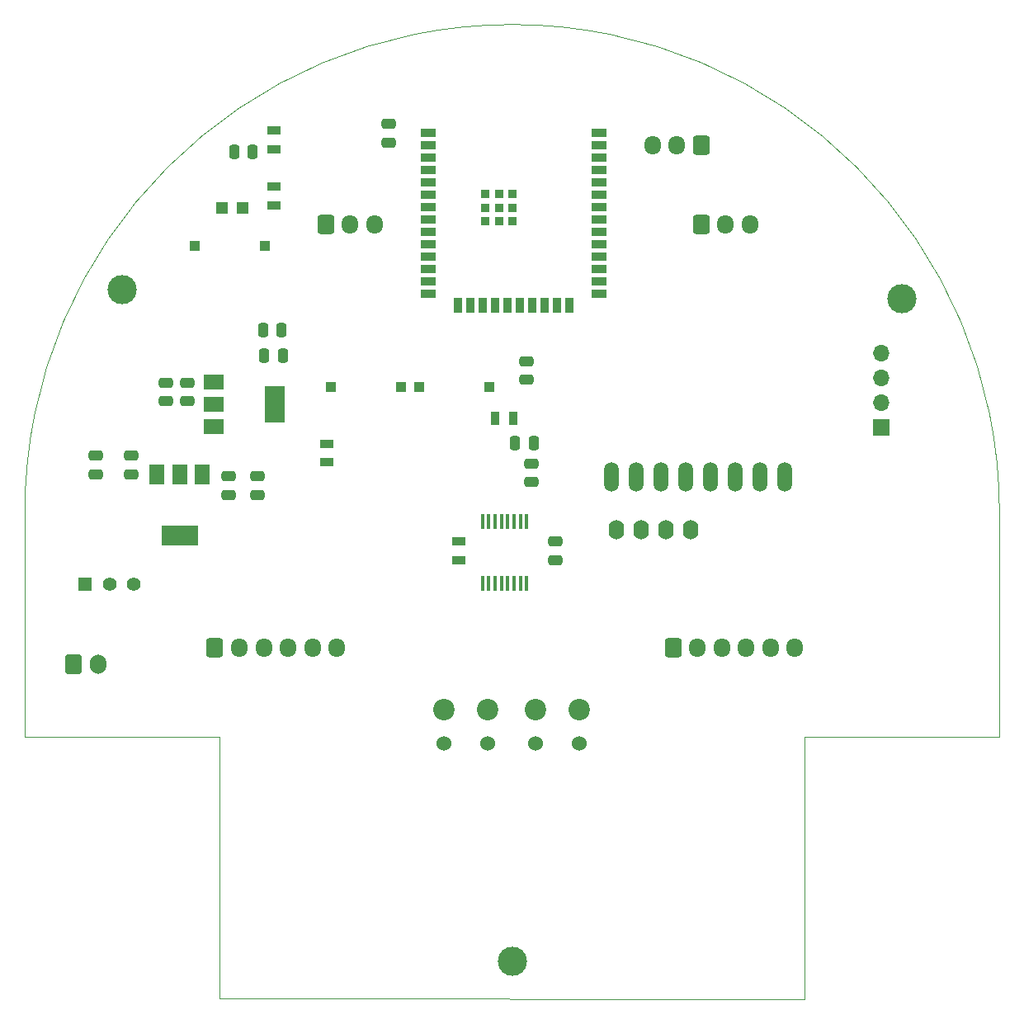
<source format=gbr>
%TF.GenerationSoftware,KiCad,Pcbnew,7.0.1*%
%TF.CreationDate,2023-08-29T23:28:33-03:00*%
%TF.ProjectId,BoverJr_PCBWAY,426f7665-724a-4725-9f50-43425741592e,rev?*%
%TF.SameCoordinates,Original*%
%TF.FileFunction,Soldermask,Top*%
%TF.FilePolarity,Negative*%
%FSLAX46Y46*%
G04 Gerber Fmt 4.6, Leading zero omitted, Abs format (unit mm)*
G04 Created by KiCad (PCBNEW 7.0.1) date 2023-08-29 23:28:33*
%MOMM*%
%LPD*%
G01*
G04 APERTURE LIST*
G04 Aperture macros list*
%AMRoundRect*
0 Rectangle with rounded corners*
0 $1 Rounding radius*
0 $2 $3 $4 $5 $6 $7 $8 $9 X,Y pos of 4 corners*
0 Add a 4 corners polygon primitive as box body*
4,1,4,$2,$3,$4,$5,$6,$7,$8,$9,$2,$3,0*
0 Add four circle primitives for the rounded corners*
1,1,$1+$1,$2,$3*
1,1,$1+$1,$4,$5*
1,1,$1+$1,$6,$7*
1,1,$1+$1,$8,$9*
0 Add four rect primitives between the rounded corners*
20,1,$1+$1,$2,$3,$4,$5,0*
20,1,$1+$1,$4,$5,$6,$7,0*
20,1,$1+$1,$6,$7,$8,$9,0*
20,1,$1+$1,$8,$9,$2,$3,0*%
G04 Aperture macros list end*
%ADD10R,0.889000X1.397000*%
%ADD11R,1.397000X0.889000*%
%ADD12RoundRect,0.250000X0.475000X-0.250000X0.475000X0.250000X-0.475000X0.250000X-0.475000X-0.250000X0*%
%ADD13RoundRect,0.250000X0.250000X0.475000X-0.250000X0.475000X-0.250000X-0.475000X0.250000X-0.475000X0*%
%ADD14RoundRect,0.250000X-0.600000X-0.725000X0.600000X-0.725000X0.600000X0.725000X-0.600000X0.725000X0*%
%ADD15O,1.700000X1.950000*%
%ADD16RoundRect,0.250000X-0.600000X-0.750000X0.600000X-0.750000X0.600000X0.750000X-0.600000X0.750000X0*%
%ADD17O,1.700000X2.000000*%
%ADD18C,3.000000*%
%ADD19R,1.198880X1.198880*%
%ADD20RoundRect,0.250000X-0.475000X0.250000X-0.475000X-0.250000X0.475000X-0.250000X0.475000X0.250000X0*%
%ADD21C,2.200000*%
%ADD22C,1.524000*%
%ADD23R,1.700000X1.700000*%
%ADD24O,1.700000X1.700000*%
%ADD25R,1.000760X1.000760*%
%ADD26RoundRect,0.250000X0.600000X0.725000X-0.600000X0.725000X-0.600000X-0.725000X0.600000X-0.725000X0*%
%ADD27O,1.600000X2.000000*%
%ADD28R,2.000000X1.500000*%
%ADD29R,2.000000X3.800000*%
%ADD30RoundRect,0.250000X-0.250000X-0.475000X0.250000X-0.475000X0.250000X0.475000X-0.250000X0.475000X0*%
%ADD31R,0.300000X1.500000*%
%ADD32R,1.408000X1.408000*%
%ADD33C,1.408000*%
%ADD34O,1.508000X3.016000*%
%ADD35R,1.500000X2.000000*%
%ADD36R,3.800000X2.000000*%
%ADD37R,1.500000X0.900000*%
%ADD38R,0.900000X1.500000*%
%ADD39R,0.900000X0.900000*%
%TA.AperFunction,Profile*%
%ADD40C,0.100000*%
%TD*%
G04 APERTURE END LIST*
D10*
%TO.C,R8*%
X150127500Y-70250000D03*
X148222500Y-70250000D03*
%TD*%
D11*
%TO.C,R2*%
X131000000Y-72797500D03*
X131000000Y-74702500D03*
%TD*%
D12*
%TO.C,C14*%
X137350000Y-41900000D03*
X137350000Y-40000000D03*
%TD*%
D13*
%TO.C,C7*%
X126450000Y-63750000D03*
X124550000Y-63750000D03*
%TD*%
D14*
%TO.C,J1*%
X166500000Y-93750000D03*
D15*
X169000000Y-93750000D03*
X171500000Y-93750000D03*
X174000000Y-93750000D03*
X176500000Y-93750000D03*
X179000000Y-93750000D03*
%TD*%
D16*
%TO.C,J10*%
X105000000Y-95400000D03*
D17*
X107500000Y-95400000D03*
%TD*%
D18*
%TO.C,H5*%
X110000000Y-57000000D03*
%TD*%
D19*
%TO.C,LED_ESP32*%
X122349020Y-48650000D03*
X120250980Y-48650000D03*
%TD*%
D20*
%TO.C,C3*%
X120900000Y-76150000D03*
X120900000Y-78050000D03*
%TD*%
D21*
%TO.C,J11*%
X147500000Y-100100000D03*
D22*
X147500000Y-103600000D03*
%TD*%
D23*
%TO.C,J3*%
X187875000Y-71100000D03*
D24*
X187875000Y-68560000D03*
X187875000Y-66020000D03*
X187875000Y-63480000D03*
%TD*%
D12*
%TO.C,C6*%
X116700000Y-68450000D03*
X116700000Y-66550000D03*
%TD*%
D25*
%TO.C,SW_START1*%
X138599180Y-67000000D03*
X131400820Y-67000000D03*
%TD*%
%TO.C,SW_BOOT1*%
X140450820Y-67000000D03*
X147649180Y-67000000D03*
%TD*%
D21*
%TO.C,J7*%
X156900000Y-100100000D03*
D22*
X156900000Y-103600000D03*
%TD*%
D13*
%TO.C,C8*%
X126350000Y-61150000D03*
X124450000Y-61150000D03*
%TD*%
D26*
%TO.C,J8*%
X169400000Y-42175000D03*
D15*
X166900000Y-42175000D03*
X164400000Y-42175000D03*
%TD*%
D14*
%TO.C,J4*%
X169400000Y-50350000D03*
D15*
X171900000Y-50350000D03*
X174400000Y-50350000D03*
%TD*%
D27*
%TO.C,OLED1*%
X160670000Y-81625000D03*
X163210000Y-81625000D03*
X165750000Y-81625000D03*
X168290000Y-81625000D03*
%TD*%
D28*
%TO.C,U7*%
X119350000Y-66450000D03*
X119350000Y-68750000D03*
D29*
X125650000Y-68750000D03*
D28*
X119350000Y-71050000D03*
%TD*%
D14*
%TO.C,J5*%
X130850000Y-50350000D03*
D15*
X133350000Y-50350000D03*
X135850000Y-50350000D03*
%TD*%
D20*
%TO.C,C13*%
X151500000Y-64325000D03*
X151500000Y-66225000D03*
%TD*%
D21*
%TO.C,J6*%
X152400000Y-100100000D03*
D22*
X152400000Y-103600000D03*
%TD*%
D30*
%TO.C,C9*%
X150300000Y-72750000D03*
X152200000Y-72750000D03*
%TD*%
D31*
%TO.C,U5*%
X146955000Y-87153000D03*
X147605000Y-87153000D03*
X148255000Y-87153000D03*
X148905000Y-87153000D03*
X149555000Y-87153000D03*
X150205000Y-87153000D03*
X150855000Y-87153000D03*
X151505000Y-87153000D03*
X151505000Y-80753000D03*
X150855000Y-80753000D03*
X150205000Y-80753000D03*
X149555000Y-80753000D03*
X148905000Y-80753000D03*
X148255000Y-80753000D03*
X147605000Y-80753000D03*
X146955000Y-80753000D03*
%TD*%
D20*
%TO.C,C10*%
X154400000Y-82850000D03*
X154400000Y-84750000D03*
%TD*%
D11*
%TO.C,R7*%
X125550000Y-42602500D03*
X125550000Y-40697500D03*
%TD*%
D32*
%TO.C,SW1*%
X106200000Y-87250000D03*
D33*
X108700000Y-87250000D03*
X111200000Y-87250000D03*
%TD*%
D20*
%TO.C,C11*%
X152000000Y-74850000D03*
X152000000Y-76750000D03*
%TD*%
D25*
%TO.C,SW_EN1*%
X117400820Y-52500000D03*
X124599180Y-52500000D03*
%TD*%
D34*
%TO.C,U2*%
X160210000Y-76200000D03*
X162750000Y-76200000D03*
X165290000Y-76200000D03*
X167830000Y-76200000D03*
X170370000Y-76200000D03*
X172910000Y-76200000D03*
X175450000Y-76200000D03*
X177990000Y-76200000D03*
%TD*%
D11*
%TO.C,R3*%
X144540000Y-82857500D03*
X144540000Y-84762500D03*
%TD*%
D35*
%TO.C,U3*%
X118162000Y-75947000D03*
X115862000Y-75947000D03*
D36*
X115862000Y-82247000D03*
D35*
X113562000Y-75947000D03*
%TD*%
D11*
%TO.C,R1*%
X125550000Y-48352500D03*
X125550000Y-46447500D03*
%TD*%
D12*
%TO.C,C1*%
X107300000Y-75950000D03*
X107300000Y-74050000D03*
%TD*%
%TO.C,C5*%
X114450000Y-68450000D03*
X114450000Y-66550000D03*
%TD*%
D37*
%TO.C,U1*%
X141400000Y-42160000D03*
X141400000Y-44700000D03*
X141400000Y-45970000D03*
X141400000Y-43430000D03*
X141400000Y-47240000D03*
X141400000Y-48510000D03*
X141400000Y-49780000D03*
X141400000Y-51050000D03*
X141400000Y-52320000D03*
X141400000Y-53590000D03*
X141400000Y-54860000D03*
X141400000Y-56130000D03*
X141400000Y-57400000D03*
D38*
X145705000Y-58650000D03*
X154595000Y-58650000D03*
X155865000Y-58650000D03*
D37*
X158900000Y-57400000D03*
X158900000Y-56130000D03*
X158900000Y-54860000D03*
X158900000Y-53590000D03*
D38*
X146975000Y-58650000D03*
X148245000Y-58650000D03*
X149515000Y-58650000D03*
X150785000Y-58650000D03*
X152055000Y-58650000D03*
X153325000Y-58650000D03*
D37*
X158900000Y-52320000D03*
X158900000Y-51050000D03*
X158900000Y-42160000D03*
X158900000Y-49780000D03*
X158900000Y-43430000D03*
X158900000Y-45970000D03*
X158900000Y-44700000D03*
X158900000Y-47240000D03*
X141400000Y-40890000D03*
D38*
X144435000Y-58650000D03*
D39*
X147250000Y-47210000D03*
X147250000Y-48610000D03*
X147250000Y-50010000D03*
X148650000Y-47210000D03*
X148650000Y-48610000D03*
X148650000Y-50010000D03*
X150050000Y-47210000D03*
X150050000Y-48610000D03*
X150050000Y-50010000D03*
D37*
X158900000Y-40890000D03*
X158900000Y-48510000D03*
%TD*%
D12*
%TO.C,C4*%
X123900000Y-78050000D03*
X123900000Y-76150000D03*
%TD*%
D18*
%TO.C,H3*%
X150000000Y-125900000D03*
%TD*%
D12*
%TO.C,C2*%
X110900000Y-75950000D03*
X110900000Y-74050000D03*
%TD*%
D14*
%TO.C,J2*%
X119500000Y-93750000D03*
D15*
X122000000Y-93750000D03*
X124500000Y-93750000D03*
X127000000Y-93750000D03*
X129500000Y-93750000D03*
X132000000Y-93750000D03*
%TD*%
D30*
%TO.C,C12*%
X121450000Y-42900000D03*
X123350000Y-42900000D03*
%TD*%
D18*
%TO.C,H4*%
X190000000Y-57900000D03*
%TD*%
D22*
%TO.C,J9*%
X143000000Y-103600000D03*
D21*
X143000000Y-100100000D03*
%TD*%
D40*
X200000000Y-79800000D02*
G75*
G03*
X100000000Y-79800000I-50000000J0D01*
G01*
X120000000Y-129750000D02*
X120000000Y-102900000D01*
X180000000Y-102900000D02*
X200000000Y-102900000D01*
X180000000Y-129800000D02*
X180000000Y-102900000D01*
X120000000Y-102900000D02*
X100000000Y-102900000D01*
X100000000Y-102900000D02*
X100000000Y-79800000D01*
X200000000Y-102900000D02*
X200000000Y-79800000D01*
X120000000Y-129750000D02*
X180000000Y-129800000D01*
M02*

</source>
